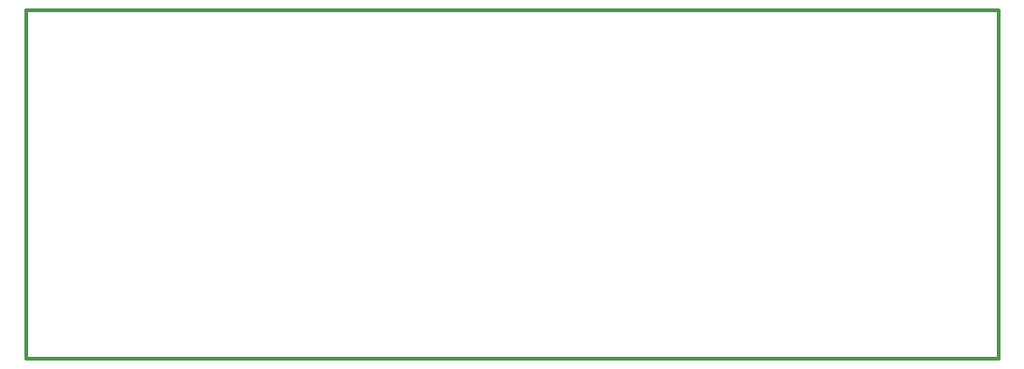
<source format=gm1>
G04*
G04 #@! TF.GenerationSoftware,Altium Limited,Altium Designer,19.1.6 (110)*
G04*
G04 Layer_Color=16711935*
%FSLAX43Y43*%
%MOMM*%
G71*
G01*
G75*
%ADD58C,0.300*%
D58*
X50000Y81500D02*
X137700Y81500D01*
X50000Y50000D02*
Y81500D01*
X137700Y50000D02*
Y81500D01*
X50000Y50000D02*
X137700D01*
M02*

</source>
